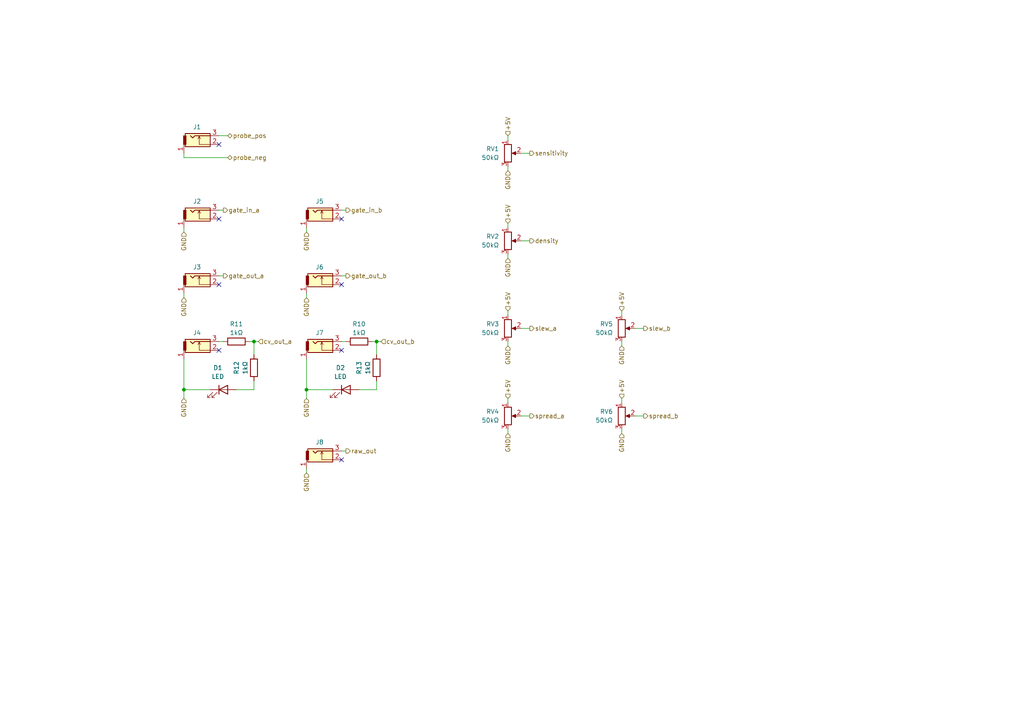
<source format=kicad_sch>
(kicad_sch (version 20250114) (generator "eeschema") (generator_version "9.0")
  (paper "A4")
  (lib_symbols
    (symbol "Device:LED" (pin_numbers (hide yes)) (pin_names (offset 1.016) (hide yes))
      (property "Reference" "D" (at 0 2.54 0))
      (property "Value" "LED" (at 0 -2.54 0))
      (symbol "LED_0_1"
        (polyline (pts (xy -3.048 -0.762) (xy -4.572 -2.286) (xy -3.81 -2.286) (xy -4.572 -2.286) (xy -4.572 -1.524)))
        (polyline (pts (xy -1.778 -0.762) (xy -3.302 -2.286) (xy -2.54 -2.286) (xy -3.302 -2.286) (xy -3.302 -1.524)))
        (polyline (pts (xy -1.27 0) (xy 1.27 0)))
        (polyline (pts (xy -1.27 -1.27) (xy -1.27 1.27)) (stroke (width 0.254)))
        (polyline (pts (xy 1.27 -1.27) (xy 1.27 1.27) (xy -1.27 0) (xy 1.27 -1.27)) (stroke (width 0.254)))
      )
      (symbol "LED_1_1"
        (pin passive line (at -3.81 0 0) (length 2.54) (name "K") (number "1"))
        (pin passive line (at 3.81 0 180) (length 2.54) (name "A") (number "2"))
      )
    )
    (symbol "Device:R" (pin_numbers (hide yes)) (pin_names (offset 0))
      (property "Reference" "R" (at 2.032 0 90))
      (property "Value" "R" (at 0 0 90))
      (symbol "R_0_1"
        (rectangle (start -1.016 -2.54) (end 1.016 2.54) (stroke (width 0.254)))
      )
      (symbol "R_1_1"
        (pin passive line (at 0 3.81 270) (length 1.27) (name "~") (number "1"))
        (pin passive line (at 0 -3.81 90) (length 1.27) (name "~") (number "2"))
      )
    )
    (symbol "Device:R_Potentiometer" (pin_names (offset 1.016) (hide yes))
      (property "Reference" "RV" (at -4.445 0 90))
      (property "Value" "R_Potentiometer" (at -2.54 0 90))
      (symbol "R_Potentiometer_0_1"
        (rectangle (start 1.016 2.54) (end -1.016 -2.54) (stroke (width 0.254)))
        (polyline (pts (xy 1.143 0) (xy 2.286 0.508) (xy 2.286 -0.508) (xy 1.143 0)) (fill (type outline)))
        (polyline (pts (xy 2.54 0) (xy 1.524 0)))
      )
      (symbol "R_Potentiometer_1_1"
        (pin passive line (at 0 3.81 270) (length 1.27) (name "1") (number "1"))
        (pin passive line (at 0 -3.81 90) (length 1.27) (name "3") (number "3"))
        (pin passive line (at 3.81 0 180) (length 1.27) (name "2") (number "2"))
      )
    )
    (symbol "FreeModular:THONKICONN" (pin_names (offset 1.016))
      (property "Reference" "J" (at -1.27 4.445 0))
      (symbol "THONKICONN_0_1"
        (rectangle (start -4.699 3.175) (end 2.54 -0.635) (stroke (width 0.254)) (fill (type background)))
        (rectangle (start -4.445 0) (end -5.207 2.54) (fill (type outline)))
        (polyline (pts (xy -0.635 2.413) (xy -0.254 1.651)))
        (polyline (pts (xy 2.54 2.54) (xy -1.905 2.54) (xy -2.54 1.905) (xy -3.175 2.54)) (stroke (width 0.254)))
        (polyline (pts (xy 2.54 0) (xy -0.635 0) (xy -0.635 2.413) (xy -1.016 1.651)))
      )
      (symbol "THONKICONN_1_1"
        (pin passive line (at -5.08 -2.54 90) (length 2.54) (name "~") (number "1"))
        (pin passive line (at 5.08 2.54 180) (length 2.54) (name "~") (number "3"))
        (pin passive line (at 5.08 0 180) (length 2.54) (name "~") (number "2"))
      )
    )
  )
  (junction (at 88.9 113.03))
  (junction (at 53.34 113.03))
  (junction (at 109.22 99.06))
  (junction (at 73.66 99.06))
  (no_connect (at 99.06 101.6))
  (no_connect (at 63.5 63.5))
  (no_connect (at 63.5 101.6))
  (no_connect (at 63.5 41.91))
  (no_connect (at 99.06 133.35))
  (no_connect (at 99.06 63.5))
  (no_connect (at 99.06 82.55))
  (no_connect (at 63.5 82.55))
  (wire (pts (xy 147.32 39.37) (xy 147.32 40.64)))
  (wire (pts (xy 147.32 115.57) (xy 147.32 116.84)))
  (wire (pts (xy 99.06 80.01) (xy 100.33 80.01)))
  (wire (pts (xy 68.58 113.03) (xy 73.66 113.03)))
  (wire (pts (xy 73.66 99.06) (xy 73.66 102.87)))
  (wire (pts (xy 63.5 99.06) (xy 64.77 99.06)))
  (wire (pts (xy 53.34 45.72) (xy 53.34 44.45)))
  (wire (pts (xy 99.06 130.81) (xy 100.33 130.81)))
  (wire (pts (xy 88.9 113.03) (xy 88.9 104.14)))
  (wire (pts (xy 147.32 90.17) (xy 147.32 91.44)))
  (wire (pts (xy 109.22 99.06) (xy 109.22 102.87)))
  (wire (pts (xy 63.5 60.96) (xy 64.77 60.96)))
  (wire (pts (xy 147.32 49.53) (xy 147.32 48.26)))
  (wire (pts (xy 88.9 67.31) (xy 88.9 66.04)))
  (wire (pts (xy 53.34 113.03) (xy 53.34 104.14)))
  (wire (pts (xy 147.32 64.77) (xy 147.32 66.04)))
  (wire (pts (xy 180.34 115.57) (xy 180.34 116.84)))
  (wire (pts (xy 147.32 100.33) (xy 147.32 99.06)))
  (wire (pts (xy 66.04 45.72) (xy 53.34 45.72)))
  (wire (pts (xy 109.22 110.49) (xy 109.22 113.03)))
  (wire (pts (xy 53.34 67.31) (xy 53.34 66.04)))
  (wire (pts (xy 151.13 120.65) (xy 153.67 120.65)))
  (wire (pts (xy 63.5 80.01) (xy 64.77 80.01)))
  (wire (pts (xy 151.13 44.45) (xy 153.67 44.45)))
  (wire (pts (xy 151.13 69.85) (xy 153.67 69.85)))
  (wire (pts (xy 73.66 99.06) (xy 74.93 99.06)))
  (wire (pts (xy 109.22 99.06) (xy 110.49 99.06)))
  (wire (pts (xy 88.9 137.16) (xy 88.9 135.89)))
  (wire (pts (xy 88.9 86.36) (xy 88.9 85.09)))
  (wire (pts (xy 53.34 115.57) (xy 53.34 113.03)))
  (wire (pts (xy 99.06 60.96) (xy 100.33 60.96)))
  (wire (pts (xy 151.13 95.25) (xy 153.67 95.25)))
  (wire (pts (xy 53.34 86.36) (xy 53.34 85.09)))
  (wire (pts (xy 147.32 125.73) (xy 147.32 124.46)))
  (wire (pts (xy 99.06 99.06) (xy 100.33 99.06)))
  (wire (pts (xy 180.34 125.73) (xy 180.34 124.46)))
  (wire (pts (xy 184.15 120.65) (xy 186.69 120.65)))
  (wire (pts (xy 73.66 110.49) (xy 73.66 113.03)))
  (wire (pts (xy 107.95 99.06) (xy 109.22 99.06)))
  (wire (pts (xy 88.9 115.57) (xy 88.9 113.03)))
  (wire (pts (xy 180.34 100.33) (xy 180.34 99.06)))
  (wire (pts (xy 184.15 95.25) (xy 186.69 95.25)))
  (wire (pts (xy 180.34 90.17) (xy 180.34 91.44)))
  (wire (pts (xy 72.39 99.06) (xy 73.66 99.06)))
  (wire (pts (xy 53.34 113.03) (xy 60.96 113.03)))
  (wire (pts (xy 104.14 113.03) (xy 109.22 113.03)))
  (wire (pts (xy 88.9 113.03) (xy 96.52 113.03)))
  (wire (pts (xy 147.32 74.93) (xy 147.32 73.66)))
  (wire (pts (xy 66.04 39.37) (xy 63.5 39.37)))
  (hierarchical_label "+5V" (shape input) (at 147.32 64.77 90))
  (hierarchical_label "cv_out_b" (shape input) (at 110.49 99.06 0))
  (hierarchical_label "gate_in_a" (shape output) (at 64.77 60.96 0))
  (hierarchical_label "+5V" (shape input) (at 147.32 90.17 90))
  (hierarchical_label "+5V" (shape input) (at 180.34 115.57 90))
  (hierarchical_label "GND" (shape input) (at 147.32 74.93 270))
  (hierarchical_label "+5V" (shape input) (at 180.34 90.17 90))
  (hierarchical_label "GND" (shape input) (at 88.9 137.16 270))
  (hierarchical_label "cv_out_a" (shape input) (at 74.93 99.06 0))
  (hierarchical_label "GND" (shape input) (at 88.9 67.31 270))
  (hierarchical_label "GND" (shape input) (at 180.34 125.73 270))
  (hierarchical_label "GND" (shape input) (at 180.34 100.33 270))
  (hierarchical_label "GND" (shape input) (at 147.32 125.73 270))
  (hierarchical_label "+5V" (shape input) (at 147.32 39.37 90))
  (hierarchical_label "GND" (shape input) (at 53.34 67.31 270))
  (hierarchical_label "gate_out_a" (shape output) (at 64.77 80.01 0))
  (hierarchical_label "GND" (shape input) (at 53.34 115.57 270))
  (hierarchical_label "density" (shape output) (at 153.67 69.85 0))
  (hierarchical_label "probe_neg" (shape bidirectional) (at 66.04 45.72 0))
  (hierarchical_label "GND" (shape input) (at 53.34 86.36 270))
  (hierarchical_label "raw_out" (shape output) (at 100.33 130.81 0))
  (hierarchical_label "GND" (shape input) (at 88.9 115.57 270))
  (hierarchical_label "gate_out_b" (shape output) (at 100.33 80.01 0))
  (hierarchical_label "GND" (shape input) (at 88.9 86.36 270))
  (hierarchical_label "+5V" (shape input) (at 147.32 115.57 90))
  (hierarchical_label "slew_a" (shape output) (at 153.67 95.25 0))
  (hierarchical_label "GND" (shape input) (at 147.32 100.33 270))
  (hierarchical_label "spread_b" (shape output) (at 186.69 120.65 0))
  (hierarchical_label "GND" (shape input) (at 147.32 49.53 270))
  (hierarchical_label "gate_in_b" (shape output) (at 100.33 60.96 0))
  (hierarchical_label "spread_a" (shape output) (at 153.67 120.65 0))
  (hierarchical_label "slew_b" (shape output) (at 186.69 95.25 0))
  (hierarchical_label "probe_pos" (shape bidirectional) (at 66.04 39.37 0))
  (hierarchical_label "sensitivity" (shape output) (at 153.67 44.45 0))
  (symbol (lib_id "FreeModular:THONKICONN") (at 93.98 101.6 0) (unit 1)
    (property "Reference" "J7" (at 92.71 96.52 0))
    (property "Value" "THONKICONN" (effects (hide yes)))
    (property "Footprint" "FreeModular:THONKICONN" (effects (hide yes)))
    (property "Description" "2-pin audio jack receptable (mono/TS connector) with switching contact" (effects (hide yes)))
  )
  (symbol (lib_id "Device:R") (at 109.22 106.68 180) (unit 1)
    (property "Reference" "R13" (at 104.14 106.68 90))
    (property "Value" "1kΩ" (at 106.68 106.68 90))
    (property "Footprint" "Resistor_THT:R_Axial_DIN0207_L6.3mm_D2.5mm_P10.16mm_Horizontal" (effects (hide yes)))
    (property "Description" "Resistor" (effects (hide yes)))
  )
  (symbol (lib_id "Device:R") (at 104.14 99.06 90) (unit 1)
    (property "Reference" "R10" (at 104.14 93.98 90))
    (property "Value" "1kΩ" (at 104.14 96.52 90))
    (property "Footprint" "Resistor_THT:R_Axial_DIN0207_L6.3mm_D2.5mm_P10.16mm_Horizontal" (effects (hide yes)))
    (property "Description" "Resistor" (effects (hide yes)))
  )
  (symbol (lib_id "FreeModular:THONKICONN") (at 93.98 133.35 0) (unit 1)
    (property "Reference" "J8" (at 92.71 128.27 0))
    (property "Value" "THONKICONN" (effects (hide yes)))
    (property "Footprint" "FreeModular:THONKICONN" (effects (hide yes)))
    (property "Description" "2-pin audio jack receptable (mono/TS connector) with switching contact" (effects (hide yes)))
  )
  (symbol (lib_id "Device:R_Potentiometer") (at 147.32 95.25 0) (unit 1)
    (property "Reference" "RV3" (at 144.78 93.9799 0) (effects (justify right)))
    (property "Value" "50kΩ" (at 144.78 96.5199 0) (effects (justify right)))
    (property "Description" "Potentiometer" (effects (hide yes)))
  )
  (symbol (lib_id "FreeModular:THONKICONN") (at 58.42 101.6 0) (unit 1)
    (property "Reference" "J4" (at 57.15 96.52 0))
    (property "Value" "THONKICONN" (effects (hide yes)))
    (property "Footprint" "FreeModular:THONKICONN" (effects (hide yes)))
    (property "Description" "2-pin audio jack receptable (mono/TS connector) with switching contact" (effects (hide yes)))
  )
  (symbol (lib_id "Device:R_Potentiometer") (at 180.34 95.25 0) (unit 1)
    (property "Reference" "RV5" (at 177.8 93.9799 0) (effects (justify right)))
    (property "Value" "50kΩ" (at 177.8 96.5199 0) (effects (justify right)))
    (property "Description" "Potentiometer" (effects (hide yes)))
  )
  (symbol (lib_id "Device:LED") (at 100.33 113.03 0) (unit 1)
    (property "Reference" "D2" (at 98.7425 106.68 0))
    (property "Value" "LED" (at 98.7425 109.22 0))
    (property "Description" "Light emitting diode" (effects (hide yes)))
    (property "Sim.Pins" "1=K 2=A" (effects (hide yes)))
  )
  (symbol (lib_id "Device:R") (at 68.58 99.06 90) (unit 1)
    (property "Reference" "R11" (at 68.58 93.98 90))
    (property "Value" "1kΩ" (at 68.58 96.52 90))
    (property "Footprint" "Resistor_THT:R_Axial_DIN0207_L6.3mm_D2.5mm_P10.16mm_Horizontal" (effects (hide yes)))
    (property "Description" "Resistor" (effects (hide yes)))
  )
  (symbol (lib_id "Device:R_Potentiometer") (at 147.32 69.85 0) (unit 1)
    (property "Reference" "RV2" (at 144.78 68.5799 0) (effects (justify right)))
    (property "Value" "50kΩ" (at 144.78 71.1199 0) (effects (justify right)))
    (property "Description" "Potentiometer" (effects (hide yes)))
  )
  (symbol (lib_id "Device:R_Potentiometer") (at 147.32 120.65 0) (unit 1)
    (property "Reference" "RV4" (at 144.78 119.3799 0) (effects (justify right)))
    (property "Value" "50kΩ" (at 144.78 121.9199 0) (effects (justify right)))
    (property "Description" "Potentiometer" (effects (hide yes)))
  )
  (symbol (lib_id "FreeModular:THONKICONN") (at 93.98 82.55 0) (unit 1)
    (property "Reference" "J6" (at 92.71 77.47 0))
    (property "Value" "THONKICONN" (effects (hide yes)))
    (property "Footprint" "FreeModular:THONKICONN" (effects (hide yes)))
    (property "Description" "2-pin audio jack receptable (mono/TS connector) with switching contact" (effects (hide yes)))
  )
  (symbol (lib_id "FreeModular:THONKICONN") (at 58.42 41.91 0) (unit 1)
    (property "Reference" "J1" (at 57.15 36.83 0))
    (property "Value" "THONKICONN" (effects (hide yes)))
    (property "Footprint" "FreeModular:THONKICONN" (effects (hide yes)))
    (property "Description" "2-pin audio jack receptable (mono/TS connector) with switching contact" (effects (hide yes)))
  )
  (symbol (lib_id "Device:LED") (at 64.77 113.03 0) (unit 1)
    (property "Reference" "D1" (at 63.1825 106.68 0))
    (property "Value" "LED" (at 63.1825 109.22 0))
    (property "Description" "Light emitting diode" (effects (hide yes)))
    (property "Sim.Pins" "1=K 2=A" (effects (hide yes)))
  )
  (symbol (lib_id "FreeModular:THONKICONN") (at 93.98 63.5 0) (unit 1)
    (property "Reference" "J5" (at 92.71 58.42 0))
    (property "Value" "THONKICONN" (effects (hide yes)))
    (property "Footprint" "FreeModular:THONKICONN" (effects (hide yes)))
    (property "Description" "2-pin audio jack receptable (mono/TS connector) with switching contact" (effects (hide yes)))
  )
  (symbol (lib_id "Device:R_Potentiometer") (at 180.34 120.65 0) (unit 1)
    (property "Reference" "RV6" (at 177.8 119.3799 0) (effects (justify right)))
    (property "Value" "50kΩ" (at 177.8 121.9199 0) (effects (justify right)))
    (property "Description" "Potentiometer" (effects (hide yes)))
  )
  (symbol (lib_id "FreeModular:THONKICONN") (at 58.42 82.55 0) (unit 1)
    (property "Reference" "J3" (at 57.15 77.47 0))
    (property "Value" "THONKICONN" (effects (hide yes)))
    (property "Footprint" "FreeModular:THONKICONN" (effects (hide yes)))
    (property "Description" "2-pin audio jack receptable (mono/TS connector) with switching contact" (effects (hide yes)))
  )
  (symbol (lib_id "Device:R") (at 73.66 106.68 180) (unit 1)
    (property "Reference" "R12" (at 68.58 106.68 90))
    (property "Value" "1kΩ" (at 71.12 106.68 90))
    (property "Footprint" "Resistor_THT:R_Axial_DIN0207_L6.3mm_D2.5mm_P10.16mm_Horizontal" (effects (hide yes)))
    (property "Description" "Resistor" (effects (hide yes)))
  )
  (symbol (lib_id "FreeModular:THONKICONN") (at 58.42 63.5 0) (unit 1)
    (property "Reference" "J2" (at 57.15 58.42 0))
    (property "Value" "THONKICONN" (effects (hide yes)))
    (property "Footprint" "FreeModular:THONKICONN" (effects (hide yes)))
    (property "Description" "2-pin audio jack receptable (mono/TS connector) with switching contact" (effects (hide yes)))
  )
  (symbol (lib_id "Device:R_Potentiometer") (at 147.32 44.45 0) (unit 1)
    (property "Reference" "RV1" (at 144.78 43.1799 0) (effects (justify right)))
    (property "Value" "50kΩ" (at 144.78 45.7199 0) (effects (justify right)))
    (property "Description" "Potentiometer" (effects (hide yes)))
  )
)
</source>
